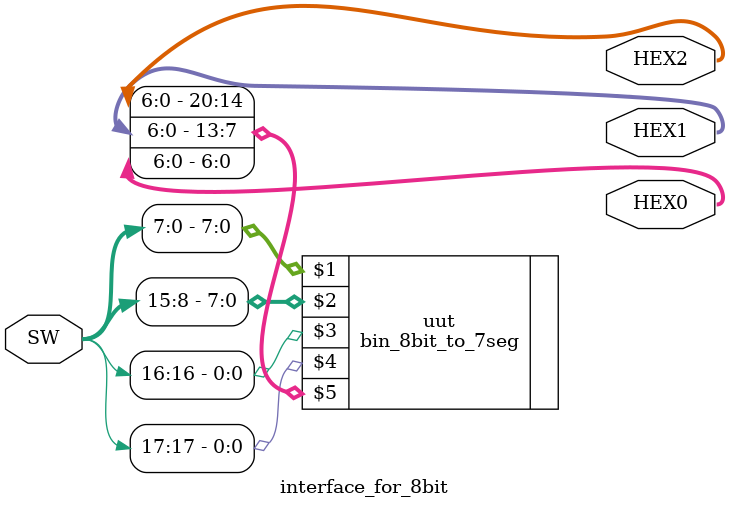
<source format=v>
module interface_for_8bit( SW,HEX0,HEX1,HEX2);
input [17:0]SW;
output [6:0]HEX0,HEX1,HEX2;

  bin_8bit_to_7seg uut(SW[7:0],SW[15:8],SW[16],SW[17],{HEX2,HEX1,HEX0});

//bin_8bit_to_7seg(input [7:0]a,b,input cin,en, output [20:0]seg);
endmodule
</source>
